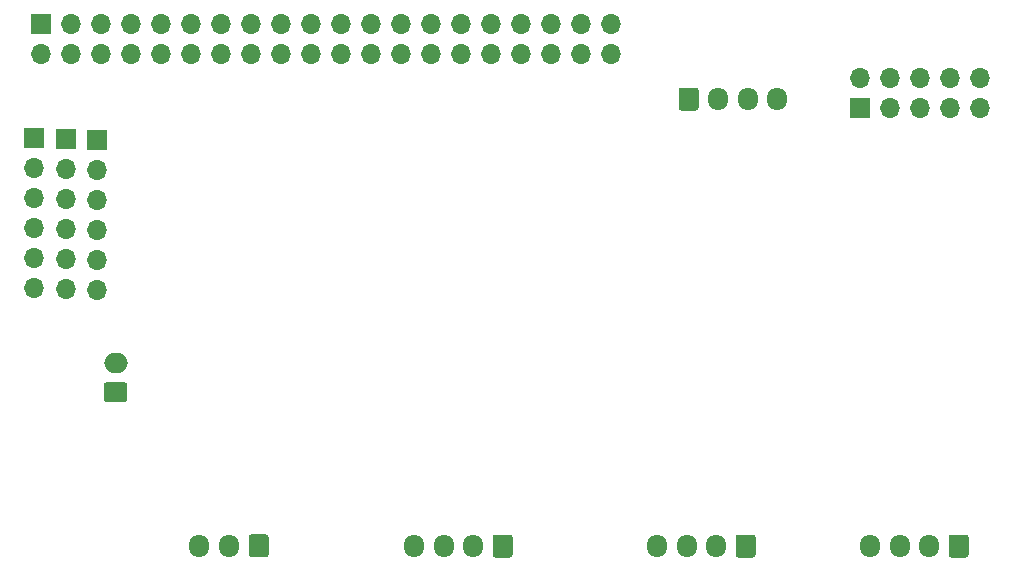
<source format=gbr>
%TF.GenerationSoftware,KiCad,Pcbnew,(5.1.9)-1*%
%TF.CreationDate,2021-03-21T01:20:58-03:00*%
%TF.ProjectId,harpiafc,68617270-6961-4666-932e-6b696361645f,rev?*%
%TF.SameCoordinates,Original*%
%TF.FileFunction,Soldermask,Bot*%
%TF.FilePolarity,Negative*%
%FSLAX46Y46*%
G04 Gerber Fmt 4.6, Leading zero omitted, Abs format (unit mm)*
G04 Created by KiCad (PCBNEW (5.1.9)-1) date 2021-03-21 01:20:58*
%MOMM*%
%LPD*%
G01*
G04 APERTURE LIST*
%ADD10O,1.700000X1.950000*%
%ADD11R,1.700000X1.700000*%
%ADD12O,1.700000X1.700000*%
%ADD13O,2.000000X1.700000*%
G04 APERTURE END LIST*
D10*
%TO.C,J9*%
X96894000Y-101346000D03*
X99394000Y-101346000D03*
X101894000Y-101346000D03*
G36*
G01*
X105244000Y-100621000D02*
X105244000Y-102071000D01*
G75*
G02*
X104994000Y-102321000I-250000J0D01*
G01*
X103794000Y-102321000D01*
G75*
G02*
X103544000Y-102071000I0J250000D01*
G01*
X103544000Y-100621000D01*
G75*
G02*
X103794000Y-100371000I250000J0D01*
G01*
X104994000Y-100371000D01*
G75*
G02*
X105244000Y-100621000I0J-250000D01*
G01*
G37*
%TD*%
%TO.C,J8*%
X58286000Y-101346000D03*
X60786000Y-101346000D03*
X63286000Y-101346000D03*
G36*
G01*
X66636000Y-100621000D02*
X66636000Y-102071000D01*
G75*
G02*
X66386000Y-102321000I-250000J0D01*
G01*
X65186000Y-102321000D01*
G75*
G02*
X64936000Y-102071000I0J250000D01*
G01*
X64936000Y-100621000D01*
G75*
G02*
X65186000Y-100371000I250000J0D01*
G01*
X66386000Y-100371000D01*
G75*
G02*
X66636000Y-100621000I0J-250000D01*
G01*
G37*
%TD*%
%TO.C,J10*%
X40116000Y-101320000D03*
X42616000Y-101320000D03*
G36*
G01*
X45966000Y-100595000D02*
X45966000Y-102045000D01*
G75*
G02*
X45716000Y-102295000I-250000J0D01*
G01*
X44516000Y-102295000D01*
G75*
G02*
X44266000Y-102045000I0J250000D01*
G01*
X44266000Y-100595000D01*
G75*
G02*
X44516000Y-100345000I250000J0D01*
G01*
X45716000Y-100345000D01*
G75*
G02*
X45966000Y-100595000I0J-250000D01*
G01*
G37*
%TD*%
D11*
%TO.C,J2*%
X26120000Y-66820000D03*
D12*
X26120000Y-69360000D03*
X26120000Y-71900000D03*
X26120000Y-74440000D03*
X26120000Y-76980000D03*
X26120000Y-79520000D03*
%TD*%
D11*
%TO.C,J3*%
X96012000Y-64262000D03*
D12*
X96012000Y-61722000D03*
X98552000Y-64262000D03*
X98552000Y-61722000D03*
X101092000Y-64262000D03*
X101092000Y-61722000D03*
X103632000Y-64262000D03*
X103632000Y-61722000D03*
X106172000Y-64262000D03*
X106172000Y-61722000D03*
%TD*%
%TO.C,J4*%
X31470000Y-79640000D03*
X31470000Y-77100000D03*
X31470000Y-74560000D03*
X31470000Y-72020000D03*
X31470000Y-69480000D03*
D11*
X31470000Y-66940000D03*
%TD*%
%TO.C,J6*%
X28790000Y-66870000D03*
D12*
X28790000Y-69410000D03*
X28790000Y-71950000D03*
X28790000Y-74490000D03*
X28790000Y-77030000D03*
X28790000Y-79570000D03*
%TD*%
D11*
%TO.C,J7*%
X26670000Y-57150000D03*
D12*
X26670000Y-59690000D03*
X29210000Y-57150000D03*
X29210000Y-59690000D03*
X31750000Y-57150000D03*
X31750000Y-59690000D03*
X34290000Y-57150000D03*
X34290000Y-59690000D03*
X36830000Y-57150000D03*
X36830000Y-59690000D03*
X39370000Y-57150000D03*
X39370000Y-59690000D03*
X41910000Y-57150000D03*
X41910000Y-59690000D03*
X44450000Y-57150000D03*
X44450000Y-59690000D03*
X46990000Y-57150000D03*
X46990000Y-59690000D03*
X49530000Y-57150000D03*
X49530000Y-59690000D03*
X52070000Y-57150000D03*
X52070000Y-59690000D03*
X54610000Y-57150000D03*
X54610000Y-59690000D03*
X57150000Y-57150000D03*
X57150000Y-59690000D03*
X59690000Y-57150000D03*
X59690000Y-59690000D03*
X62230000Y-57150000D03*
X62230000Y-59690000D03*
X64770000Y-57150000D03*
X64770000Y-59690000D03*
X67310000Y-57150000D03*
X67310000Y-59690000D03*
X69850000Y-57150000D03*
X69850000Y-59690000D03*
X72390000Y-57150000D03*
X72390000Y-59690000D03*
X74930000Y-57150000D03*
X74930000Y-59690000D03*
%TD*%
%TO.C,J11*%
G36*
G01*
X87210000Y-100621000D02*
X87210000Y-102071000D01*
G75*
G02*
X86960000Y-102321000I-250000J0D01*
G01*
X85760000Y-102321000D01*
G75*
G02*
X85510000Y-102071000I0J250000D01*
G01*
X85510000Y-100621000D01*
G75*
G02*
X85760000Y-100371000I250000J0D01*
G01*
X86960000Y-100371000D01*
G75*
G02*
X87210000Y-100621000I0J-250000D01*
G01*
G37*
D10*
X83860000Y-101346000D03*
X81360000Y-101346000D03*
X78860000Y-101346000D03*
%TD*%
%TO.C,J12*%
X89034000Y-63500000D03*
X86534000Y-63500000D03*
X84034000Y-63500000D03*
G36*
G01*
X80684000Y-64225000D02*
X80684000Y-62775000D01*
G75*
G02*
X80934000Y-62525000I250000J0D01*
G01*
X82134000Y-62525000D01*
G75*
G02*
X82384000Y-62775000I0J-250000D01*
G01*
X82384000Y-64225000D01*
G75*
G02*
X82134000Y-64475000I-250000J0D01*
G01*
X80934000Y-64475000D01*
G75*
G02*
X80684000Y-64225000I0J250000D01*
G01*
G37*
%TD*%
%TO.C,J1*%
G36*
G01*
X33760000Y-89170000D02*
X32260000Y-89170000D01*
G75*
G02*
X32010000Y-88920000I0J250000D01*
G01*
X32010000Y-87720000D01*
G75*
G02*
X32260000Y-87470000I250000J0D01*
G01*
X33760000Y-87470000D01*
G75*
G02*
X34010000Y-87720000I0J-250000D01*
G01*
X34010000Y-88920000D01*
G75*
G02*
X33760000Y-89170000I-250000J0D01*
G01*
G37*
D13*
X33010000Y-85820000D03*
%TD*%
M02*

</source>
